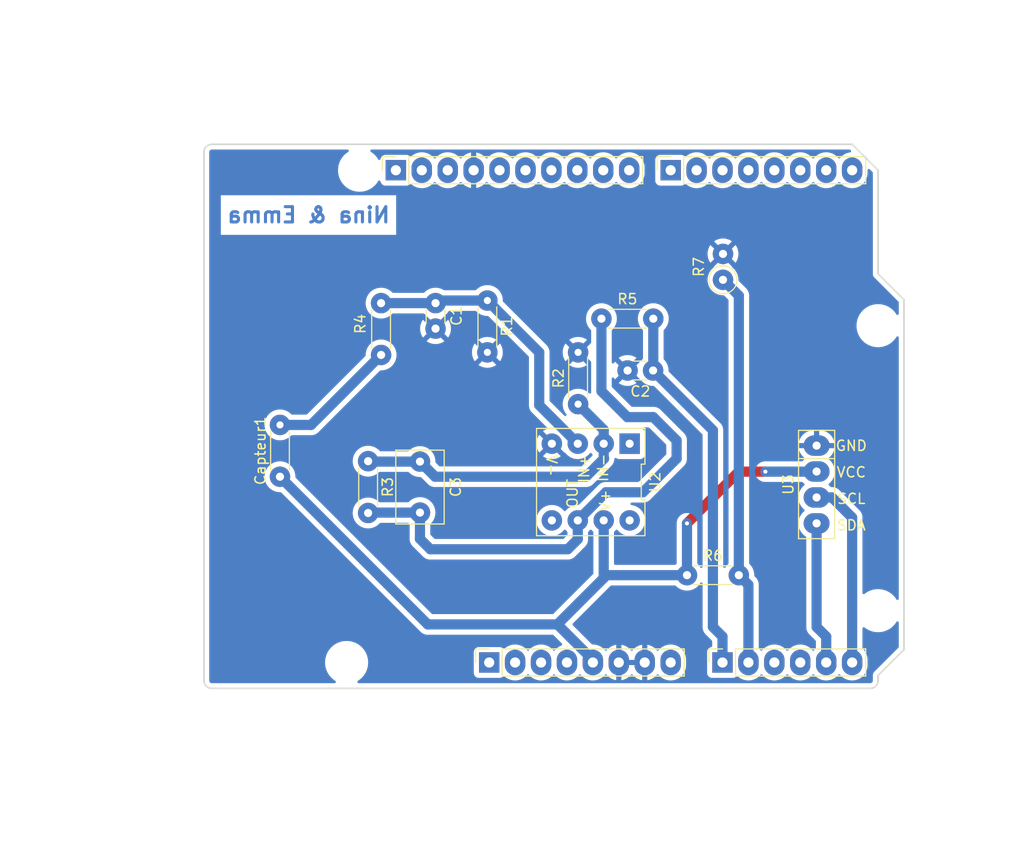
<source format=kicad_pcb>
(kicad_pcb (version 20211014) (generator pcbnew)
  (title_block (date "mar. 31 mars 2015"))
  (layers (0 "F.Cu" signal) (31 "B.Cu" signal) (34 "B.Paste" user) (35 "F.Paste" user) (36 "B.SilkS" user "B.Silkscreen") (37 "F.SilkS" user "F.Silkscreen") (38 "B.Mask" user) (39 "F.Mask" user) (44 "Edge.Cuts" user))
  (net 0 "")
  (net 1 "GND")
  (net 3 "+5V")
  (net 4 "/IOREF")
  (net 5 "ADC")
  (net 6 "/A1")
  (net 7 "/A2")
  (net 8 "/A3")
  (net 9 "/SDA{slash}A4")
  (net 10 "/SCL{slash}A5")
  (net 11 "/13")
  (net 12 "/12")
  (net 13 "/AREF")
  (net 14 "/8")
  (net 15 "/7")
  (net 16 "/*6")
  (net 17 "/4")
  (net 18 "/2")
  (net 19 "/*5")
  (net 20 "Net-(C3-Pad1)")
  (net 21 "/*3")
  (net 22 "/RX{slash}0")
  (net 23 "+3V3")
  (net 24 "VCC")
  (net 25 "/~{RESET}")
  (net 26 "Net-(C1-Pad1)")
  (net 27 "/11")
  (net 28 "Net-(C3-Pad2)")
  (net 29 "Net-(Capteur1-Pad2)")
  (net 30 "/9")
  (net 31 "/10")
  (net 32 "/A5")
  (net 33 "/A4")
  (net 37 "/TX{slash}1")
  (footprint "Connector_PinSocket_2.54mm:PinSocket_1x08_P2.54mm_Vertical" (layer "F.Cu") (at 127.94 97.46 90)
    (fp_text reference "J1" hide)
    (fp_text value "Power")
    (fp_line (start -1.33 19.11) (end 1.33 19.11) (layer "F.SilkS") (width 0.12))
    (fp_line (start 1.33 1.27) (end 1.33 19.11) (layer "F.SilkS") (width 0.12))
    (fp_line (start -1.33 1.27) (end 1.33 1.27) (layer "F.SilkS") (width 0.12))
    (fp_line (start 0 -1.33) (end 1.33 -1.33) (layer "F.SilkS") (width 0.12))
    (fp_line (start 1.33 -1.33) (end 1.33 0) (layer "F.SilkS") (width 0.12))
    (fp_line (start -1.33 1.27) (end -1.33 19.11) (layer "F.SilkS") (width 0.12))
    (pad "1" thru_hole rect locked (at 0 0 90) (size 2 2) (drill 1) (layers *.Cu *.Mask))
    (pad "2" thru_hole oval locked (at 0 2.54 90) (size 2.5 2) (drill 1) (layers *.Cu *.Mask) (net 4 "/IOREF"))
    (pad "3" thru_hole oval locked (at 0 5.08 90) (size 2.5 2) (drill 1) (layers *.Cu *.Mask) (net 25 "/~{RESET}"))
    (pad "4" thru_hole oval locked (at 0 7.62 90) (size 2.5 2) (drill 1) (layers *.Cu *.Mask) (net 23 "+3V3"))
    (pad "5" thru_hole oval locked (at 0 10.16 90) (size 2.5 2) (drill 1) (layers *.Cu *.Mask) (net 3 "+5V"))
    (pad "6" thru_hole oval locked (at 0 12.7 90) (size 2.5 2) (drill 1) (layers *.Cu *.Mask) (net 1 "GND"))
    (pad "7" thru_hole oval locked (at 0 15.24 90) (size 2.5 2) (drill 1) (layers *.Cu *.Mask) (net 1 "GND"))
    (pad "8" thru_hole oval locked (at 0 17.78 90) (size 2.5 2) (drill 1) (layers *.Cu *.Mask) (net 24 "VCC"))
  )
  (footprint "Connector_PinSocket_2.54mm:PinSocket_1x06_P2.54mm_Vertical" (layer "F.Cu") (at 150.8 97.46 90)
    (fp_text reference "J3" hide)
    (fp_text value "Analog")
    (fp_line (start 1.33 1.27) (end 1.33 14.03) (layer "F.SilkS") (width 0.12))
    (fp_line (start 0 -1.33) (end 1.33 -1.33) (layer "F.SilkS") (width 0.12))
    (fp_line (start -1.33 1.27) (end 1.33 1.27) (layer "F.SilkS") (width 0.12))
    (fp_line (start -1.33 1.27) (end -1.33 14.03) (layer "F.SilkS") (width 0.12))
    (fp_line (start -1.33 14.03) (end 1.33 14.03) (layer "F.SilkS") (width 0.12))
    (fp_line (start 1.33 -1.33) (end 1.33 0) (layer "F.SilkS") (width 0.12))
    (pad "1" thru_hole rect locked (at 0 0 90) (size 2 2) (drill 1) (layers *.Cu *.Mask) (net 5 "ADC"))
    (pad "2" thru_hole oval locked (at 0 2.54 90) (size 2.5 2) (drill 1) (layers *.Cu *.Mask) (net 6 "/A1"))
    (pad "3" thru_hole oval locked (at 0 5.08 90) (size 2.5 2) (drill 1) (layers *.Cu *.Mask) (net 7 "/A2"))
    (pad "4" thru_hole oval locked (at 0 7.62 90) (size 2.5 2) (drill 1) (layers *.Cu *.Mask) (net 8 "/A3"))
    (pad "5" thru_hole oval locked (at 0 10.16 90) (size 2.5 2) (drill 1) (layers *.Cu *.Mask) (net 9 "/SDA{slash}A4"))
    (pad "6" thru_hole oval locked (at 0 12.7 90) (size 2.5 2) (drill 1) (layers *.Cu *.Mask) (net 10 "/SCL{slash}A5"))
  )
  (footprint "Connector_PinSocket_2.54mm:PinSocket_1x10_P2.54mm_Vertical" (layer "F.Cu") (at 118.796 49.2 90)
    (fp_text reference "J2" hide)
    (fp_text value "Digital/PWM")
    (fp_line (start -1.33 24.19) (end 1.33 24.19) (layer "F.SilkS") (width 0.12))
    (fp_line (start -1.33 1.27) (end -1.33 24.19) (layer "F.SilkS") (width 0.12))
    (fp_line (start 1.33 -1.33) (end 1.33 0) (layer "F.SilkS") (width 0.12))
    (fp_line (start 0 -1.33) (end 1.33 -1.33) (layer "F.SilkS") (width 0.12))
    (fp_line (start 1.33 1.27) (end 1.33 24.19) (layer "F.SilkS") (width 0.12))
    (fp_line (start -1.33 1.27) (end 1.33 1.27) (layer "F.SilkS") (width 0.12))
    (pad "1" thru_hole rect locked (at 0 0 90) (size 2 2) (drill 1) (layers *.Cu *.Mask) (net 32 "/A5"))
    (pad "2" thru_hole oval locked (at 0 2.54 90) (size 2.5 2) (drill 1) (layers *.Cu *.Mask) (net 33 "/A4"))
    (pad "3" thru_hole oval locked (at 0 5.08 90) (size 2.5 2) (drill 1) (layers *.Cu *.Mask) (net 13 "/AREF"))
    (pad "4" thru_hole oval locked (at 0 7.62 90) (size 2.5 2) (drill 1) (layers *.Cu *.Mask) (net 1 "GND"))
    (pad "5" thru_hole oval locked (at 0 10.16 90) (size 2.5 2) (drill 1) (layers *.Cu *.Mask) (net 11 "/13"))
    (pad "6" thru_hole oval locked (at 0 12.7 90) (size 2.5 2) (drill 1) (layers *.Cu *.Mask) (net 12 "/12"))
    (pad "7" thru_hole oval locked (at 0 15.24 90) (size 2.5 2) (drill 1) (layers *.Cu *.Mask) (net 27 "/11"))
    (pad "8" thru_hole oval locked (at 0 17.78 90) (size 2.5 2) (drill 1) (layers *.Cu *.Mask) (net 31 "/10"))
    (pad "9" thru_hole oval locked (at 0 20.32 90) (size 2.5 2) (drill 1) (layers *.Cu *.Mask) (net 30 "/9"))
    (pad "10" thru_hole oval locked (at 0 22.86 90) (size 2.5 2) (drill 1) (layers *.Cu *.Mask) (net 14 "/8"))
  )
  (footprint "Connector_PinSocket_2.54mm:PinSocket_1x08_P2.54mm_Vertical" (layer "F.Cu") (at 145.72 49.2 90)
    (fp_text reference "J4" hide)
    (fp_text value "Digital/PWM")
    (fp_line (start -1.33 19.11) (end 1.33 19.11) (layer "F.SilkS") (width 0.12))
    (fp_line (start -1.33 1.27) (end -1.33 19.11) (layer "F.SilkS") (width 0.12))
    (fp_line (start 0 -1.33) (end 1.33 -1.33) (layer "F.SilkS") (width 0.12))
    (fp_line (start -1.33 1.27) (end 1.33 1.27) (layer "F.SilkS") (width 0.12))
    (fp_line (start 1.33 -1.33) (end 1.33 0) (layer "F.SilkS") (width 0.12))
    (fp_line (start 1.33 1.27) (end 1.33 19.11) (layer "F.SilkS") (width 0.12))
    (pad "1" thru_hole rect locked (at 0 0 90) (size 2 2) (drill 1) (layers *.Cu *.Mask) (net 15 "/7"))
    (pad "2" thru_hole oval locked (at 0 2.54 90) (size 2.5 2) (drill 1) (layers *.Cu *.Mask) (net 16 "/*6"))
    (pad "3" thru_hole oval locked (at 0 5.08 90) (size 2.5 2) (drill 1) (layers *.Cu *.Mask) (net 19 "/*5"))
    (pad "4" thru_hole oval locked (at 0 7.62 90) (size 2.5 2) (drill 1) (layers *.Cu *.Mask) (net 17 "/4"))
    (pad "5" thru_hole oval locked (at 0 10.16 90) (size 2.5 2) (drill 1) (layers *.Cu *.Mask) (net 21 "/*3"))
    (pad "6" thru_hole oval locked (at 0 12.7 90) (size 2.5 2) (drill 1) (layers *.Cu *.Mask) (net 18 "/2"))
    (pad "7" thru_hole oval locked (at 0 15.24 90) (size 2.5 2) (drill 1) (layers *.Cu *.Mask) (net 37 "/TX{slash}1"))
    (pad "8" thru_hole oval locked (at 0 17.78 90) (size 2.5 2) (drill 1) (layers *.Cu *.Mask) (net 22 "/RX{slash}0"))
  )
  (footprint "Librairie_Empreinte_Capteur_Graphite:OLED" (layer "F.Cu") (at 160.02 80.01 -90)
    (fp_text reference "U3" (at 0 2.77 90) (layer "F.SilkS"))
    (fp_text value "OLED")
    (fp_text user "SDA" (at 4 -3.4) (layer "F.SilkS"))
    (fp_text user "VCC" (at -1.2 -3.4) (layer "F.SilkS"))
    (fp_text user "GND" (at -3.8 -3.4) (layer "F.SilkS"))
    (fp_text user "SCL" (at 1.4 -3.4) (layer "F.SilkS"))
    (fp_line (start -5.31 -1.77) (end 5.31 -1.77) (layer "F.SilkS") (width 0.12))
    (fp_line (start 5.31 1.77) (end -5.31 1.77) (layer "F.SilkS") (width 0.12))
    (fp_line (start 5.31 -1.77) (end 5.31 1.77) (layer "F.SilkS") (width 0.12))
    (fp_line (start -5.31 1.77) (end -5.31 -1.77) (layer "F.SilkS") (width 0.12))
    (fp_line (start -2.54 -1.77) (end -2.54 1.77) (layer "F.SilkS") (width 0.12))
    (pad "1" thru_hole oval (at -3.81 0 270) (size 2 2.54) (drill 0.8) (layers *.Cu *.Mask) (net 1 "GND"))
    (pad "2" thru_hole oval (at -1.27 0 270) (size 2 2.54) (drill 0.8) (layers *.Cu *.Mask) (net 3 "+5V"))
    (pad "3" thru_hole oval (at 1.27 0 270) (size 2 2.54) (drill 0.8) (layers *.Cu *.Mask) (net 10 "/SCL{slash}A5"))
    (pad "4" thru_hole oval (at 3.81 0 270) (size 2 2.54) (drill 0.8) (layers *.Cu *.Mask) (net 9 "/SDA{slash}A4"))
  )
  (footprint "Resistor_THT:R_Axial_DIN0207_L6.3mm_D2.5mm_P2.54mm_Vertical" (layer "F.Cu") (at 150.847 59.944 90)
    (fp_text reference "R7" (at 1.27 -2.37 90) (layer "F.SilkS"))
    (fp_text value "Flex Sensor")
    (fp_line (start 1.37 0) (end 1.44 0) (layer "F.SilkS") (width 0.12))
    (fp_circle (center 0 0) (end 1.37 0) (layer "F.SilkS") (width 0.12) (fill none))
    (pad "1" thru_hole circle (at 0 0 90) (size 2 2) (drill 0.8) (layers *.Cu *.Mask) (net 6 "/A1"))
    (pad "2" thru_hole circle (at 2.54 0 90) (size 2 2) (drill 0.8) (layers *.Cu *.Mask) (net 1 "GND"))
  )
  (footprint "Librairie_Empreinte_Capteur_Graphite:LTC1050C" (layer "F.Cu") (at 137.89 79.77 180)
    (fp_text reference "U2" (at -6.31 0 90) (layer "F.SilkS"))
    (fp_text value "LTC1050C")
    (fp_text user "IN-" (at -1.2 1.4 90) (layer "F.SilkS"))
    (fp_text user "IN+" (at 0.65 1.29 90) (layer "F.SilkS"))
    (fp_text user "V-" (at 3.8354 1.6 270 unlocked) (layer "F.SilkS"))
    (fp_text user "OUT" (at 1.79 -1.12 90) (layer "F.SilkS"))
    (fp_text user "V+" (at -1.4 -1.8 90) (layer "F.SilkS"))
    (fp_line (start -4.95 1.753333) (end -5.31 1.753333) (layer "F.SilkS") (width 0.12))
    (fp_line (start -4.95 -1.753333) (end -4.95 1.753333) (layer "F.SilkS") (width 0.12))
    (fp_line (start -5.31 -1.753333) (end -4.95 -1.753333) (layer "F.SilkS") (width 0.12))
    (fp_line (start -5.31 -5.26) (end -5.31 -1.753333) (layer "F.SilkS") (width 0.12))
    (fp_line (start -5.31 5.26) (end 5.31 5.26) (layer "F.SilkS") (width 0.12))
    (fp_line (start 5.31 5.26) (end 5.31 -5.26) (layer "F.SilkS") (width 0.12))
    (fp_line (start 5.31 -5.26) (end -5.31 -5.26) (layer "F.SilkS") (width 0.12))
    (fp_line (start -5.31 1.753333) (end -5.31 5.26) (layer "F.SilkS") (width 0.12))
    (pad "1" thru_hole rect (at -3.81 3.76 180) (size 2 2) (drill 0.8) (layers *.Cu *.Mask))
    (pad "2" thru_hole circle (at -1.27 3.76 180) (size 2 2) (drill 0.8) (layers *.Cu *.Mask) (net 20 "Net-(C3-Pad1)"))
    (pad "3" thru_hole circle (at 1.27 3.76 180) (size 2 2) (drill 0.8) (layers *.Cu *.Mask) (net 26 "Net-(C1-Pad1)"))
    (pad "4" thru_hole circle (at 3.81 3.76 180) (size 2 2) (drill 0.8) (layers *.Cu *.Mask) (net 1 "GND"))
    (pad "5" thru_hole circle (at 3.81 -3.76 180) (size 2 2) (drill 0.8) (layers *.Cu *.Mask))
    (pad "6" thru_hole circle (at 1.27 -3.76 180) (size 2 2) (drill 0.8) (layers *.Cu *.Mask) (net 28 "Net-(C3-Pad2)"))
    (pad "7" thru_hole circle (at -1.27 -3.76 180) (size 2 2) (drill 0.8) (layers *.Cu *.Mask) (net 3 "+5V"))
    (pad "8" thru_hole circle (at -3.81 -3.76 180) (size 2 2) (drill 0.8) (layers *.Cu *.Mask))
  )
  (footprint "Arduino_MountingHole:MountingHole_3.2mm" (layer "F.Cu") (at 115.24 49.2)
    (fp_text reference "MH1" hide)
    (fp_text value "MountingHole_3.2mm" hide)
    (pad "" np_thru_hole circle locked (at 0 0) (size 3.2 3.2) (drill 3.2) (layers *.Cu *.Mask))
  )
  (footprint "Capacitor_THT:C_Rect_L7.0mm_W4.5mm_P5.00mm" (layer "F.Cu") (at 121.158 77.764 -90)
    (fp_text reference "C3" (at 2.5 -3.5 -270) (layer "F.SilkS"))
    (fp_text value "1u")
    (fp_line (start 6.12 -2.37) (end 6.12 2.37) (layer "F.SilkS") (width 0.12))
    (fp_line (start -1.12 -2.37) (end 6.12 -2.37) (layer "F.SilkS") (width 0.12))
    (fp_line (start -1.12 2.37) (end 6.12 2.37) (layer "F.SilkS") (width 0.12))
    (fp_line (start -1.12 -2.37) (end -1.12 2.37) (layer "F.SilkS") (width 0.12))
    (pad "1" thru_hole circle (at 0 0 270) (size 2 2) (drill 0.8) (layers *.Cu *.Mask) (net 20 "Net-(C3-Pad1)"))
    (pad "2" thru_hole circle (at 5 0 270) (size 2 2) (drill 0.8) (layers *.Cu *.Mask) (net 28 "Net-(C3-Pad2)"))
  )
  (footprint "Resistor_THT:R_Axial_DIN0204_L3.6mm_D1.6mm_P5.08mm_Horizontal" (layer "F.Cu") (at 136.652 72.136 90)
    (fp_text reference "R2" (at 2.54 -1.92 90) (layer "F.SilkS"))
    (fp_text value "1k")
    (fp_line (start 0.62 0.92) (end 4.46 0.92) (layer "F.SilkS") (width 0.12))
    (fp_line (start 0.62 -0.92) (end 4.46 -0.92) (layer "F.SilkS") (width 0.12))
    (pad "1" thru_hole circle (at 0 0 90) (size 2 2) (drill 0.7) (layers *.Cu *.Mask) (net 20 "Net-(C3-Pad1)"))
    (pad "2" thru_hole circle (at 5.08 0 90) (size 2 2) (drill 0.7) (layers *.Cu *.Mask) (net 1 "GND"))
  )
  (footprint "Resistor_THT:R_Axial_DIN0204_L3.6mm_D1.6mm_P5.08mm_Horizontal" (layer "F.Cu") (at 116.078 77.724 -90)
    (fp_text reference "R3" (at 2.54 -1.92 -270) (layer "F.SilkS"))
    (fp_text value "100k")
    (fp_line (start 0.62 -0.92) (end 4.46 -0.92) (layer "F.SilkS") (width 0.12))
    (fp_line (start 0.62 0.92) (end 4.46 0.92) (layer "F.SilkS") (width 0.12))
    (pad "1" thru_hole circle (at 0 0 270) (size 2 2) (drill 0.8) (layers *.Cu *.Mask) (net 20 "Net-(C3-Pad1)"))
    (pad "2" thru_hole circle (at 5.08 0 270) (size 2 2) (drill 0.8) (layers *.Cu *.Mask) (net 28 "Net-(C3-Pad2)"))
  )
  (footprint "Resistor_THT:R_Axial_DIN0204_L3.6mm_D1.6mm_P5.08mm_Horizontal" (layer "F.Cu") (at 107.442 79.248 90)
    (fp_text reference "Capteur1" (at 2.54 -1.92 90) (layer "F.SilkS"))
    (fp_text value "R")
    (fp_line (start 0.62 -0.92) (end 4.46 -0.92) (layer "F.SilkS") (width 0.12))
    (fp_line (start 0.62 0.92) (end 4.46 0.92) (layer "F.SilkS") (width 0.12))
    (pad "1" thru_hole circle (at 0 0 90) (size 2 2) (drill 0.8) (layers *.Cu *.Mask) (net 3 "+5V"))
    (pad "2" thru_hole circle (at 5.08 0 90) (size 2 2) (drill 0.7) (layers *.Cu *.Mask) (net 29 "Net-(Capteur1-Pad2)"))
  )
  (footprint "Capacitor_THT:C_Disc_D3.0mm_W1.6mm_P2.50mm" (layer "F.Cu") (at 143.998 68.834 180)
    (fp_text reference "C2" (at 1.25 -2.05) (layer "F.SilkS"))
    (fp_text value "100n")
    (fp_line (start 0.621 -0.92) (end 1.879 -0.92) (layer "F.SilkS") (width 0.12))
    (fp_line (start 0.621 0.92) (end 1.879 0.92) (layer "F.SilkS") (width 0.12))
    (pad "1" thru_hole circle (at 0 0 180) (size 2 2) (drill 0.8) (layers *.Cu *.Mask) (net 5 "ADC"))
    (pad "2" thru_hole circle (at 2.5 0 180) (size 2 2) (drill 0.8) (layers *.Cu *.Mask) (net 1 "GND"))
  )
  (footprint "Resistor_THT:R_Axial_DIN0204_L3.6mm_D1.6mm_P5.08mm_Horizontal" (layer "F.Cu") (at 117.348 67.31 90)
    (fp_text reference "R4" (at 3.048 -2.032 90) (layer "F.SilkS"))
    (fp_text value "10k")
    (fp_line (start 0.62 0.92) (end 4.46 0.92) (layer "F.SilkS") (width 0.12))
    (fp_line (start 0.62 -0.92) (end 4.46 -0.92) (layer "F.SilkS") (width 0.12))
    (pad "1" thru_hole circle (at 0 0 90) (size 2 2) (drill 0.8) (layers *.Cu *.Mask) (net 29 "Net-(Capteur1-Pad2)"))
    (pad "2" thru_hole circle (at 5.08 0 90) (size 2 2) (drill 0.8) (layers *.Cu *.Mask) (net 26 "Net-(C1-Pad1)"))
  )
  (footprint "Resistor_THT:R_Axial_DIN0204_L3.6mm_D1.6mm_P5.08mm_Horizontal" (layer "F.Cu") (at 147.32 88.9)
    (fp_text reference "R6" (at 2.54 -1.92) (layer "F.SilkS"))
    (fp_text value "10k")
    (fp_line (start 0.62 -0.92) (end 4.46 -0.92) (layer "F.SilkS") (width 0.12))
    (fp_line (start 0.62 0.92) (end 4.46 0.92) (layer "F.SilkS") (width 0.12))
    (pad "1" thru_hole circle (at 0 0) (size 2 2) (drill 0.8) (layers *.Cu *.Mask) (net 3 "+5V"))
    (pad "2" thru_hole circle (at 5.08 0) (size 2 2) (drill 0.8) (layers *.Cu *.Mask) (net 6 "/A1"))
  )
  (footprint "Arduino_MountingHole:MountingHole_3.2mm" (layer "F.Cu") (at 113.97 97.46)
    (fp_text reference "MH2" hide)
    (fp_text value "MountingHole_3.2mm" hide)
    (pad "" np_thru_hole circle locked (at 0 0) (size 3.2 3.2) (drill 3.2) (layers *.Cu *.Mask))
  )
  (footprint "Arduino_MountingHole:MountingHole_3.2mm" (layer "F.Cu") (at 166.04 64.44)
    (fp_text reference "MH3" hide)
    (fp_text value "MountingHole_3.2mm" hide)
    (pad "" np_thru_hole circle locked (at 0 0) (size 3.2 3.2) (drill 3.2) (layers *.Cu *.Mask))
  )
  (footprint "Resistor_THT:R_Axial_DIN0204_L3.6mm_D1.6mm_P5.08mm_Horizontal" (layer "F.Cu") (at 138.938 63.754)
    (fp_text reference "R5" (at 2.54 -1.92) (layer "F.SilkS"))
    (fp_text value "1k")
    (fp_line (start 0.62 -0.92) (end 4.46 -0.92) (layer "F.SilkS") (width 0.12))
    (fp_line (start 0.62 0.92) (end 4.46 0.92) (layer "F.SilkS") (width 0.12))
    (pad "1" thru_hole circle (at 0 0) (size 2 2) (drill 0.8) (layers *.Cu *.Mask) (net 28 "Net-(C3-Pad2)"))
    (pad "2" thru_hole circle (at 5.08 0) (size 2 2) (drill 0.8) (layers *.Cu *.Mask) (net 5 "ADC"))
  )
  (footprint "Arduino_MountingHole:MountingHole_3.2mm" (layer "F.Cu") (at 166.04 92.38)
    (fp_text reference "MH4" hide)
    (fp_text value "MountingHole_3.2mm" hide)
    (pad "" np_thru_hole circle locked (at 0 0) (size 3.2 3.2) (drill 3.2) (layers *.Cu *.Mask))
  )
  (footprint "Capacitor_THT:C_Disc_D3.0mm_W1.6mm_P2.50mm" (layer "F.Cu") (at 122.682 62.23 -90)
    (fp_text reference "C1" (at 1.25 -2.05 90) (layer "F.SilkS"))
    (fp_text value "100n")
    (fp_line (start 0.621 0.92) (end 1.879 0.92) (layer "F.SilkS") (width 0.12))
    (fp_line (start 0.621 -0.92) (end 1.879 -0.92) (layer "F.SilkS") (width 0.12))
    (pad "1" thru_hole circle (at 0 0 270) (size 2 2) (drill 0.8) (layers *.Cu *.Mask) (net 26 "Net-(C1-Pad1)"))
    (pad "2" thru_hole circle (at 2.5 0 270) (size 2 2) (drill 0.8) (layers *.Cu *.Mask) (net 1 "GND"))
  )
  (footprint "Resistor_THT:R_Axial_DIN0204_L3.6mm_D1.6mm_P5.08mm_Horizontal" (layer "F.Cu") (at 127.762 61.976 -90)
    (fp_text reference "R1" (at 2.54 -1.92 90) (layer "F.SilkS"))
    (fp_text value "100k")
    (fp_line (start 0.62 0.92) (end 4.46 0.92) (layer "F.SilkS") (width 0.12))
    (fp_line (start 0.62 -0.92) (end 4.46 -0.92) (layer "F.SilkS") (width 0.12))
    (pad "1" thru_hole circle (at 0 0 270) (size 2 2) (drill 0.7) (layers *.Cu *.Mask) (net 26 "Net-(C1-Pad1)"))
    (pad "2" thru_hole circle (at 5.08 0 270) (size 2 2) (drill 0.7) (layers *.Cu *.Mask) (net 1 "GND"))
  )
  (gr_line (start 166.04 59.36) (end 168.58 61.9) (layer "Edge.Cuts") (width 0.15))
  (gr_line (start 100 99.238) (end 100 47.422) (layer "Edge.Cuts") (width 0.15))
  (gr_line (start 168.58 61.9) (end 168.58 96.19) (layer "Edge.Cuts") (width 0.15))
  (gr_line (start 165.278 100) (end 100.762 100) (layer "Edge.Cuts") (width 0.15))
  (gr_line (start 100.762 46.66) (end 163.5 46.66) (layer "Edge.Cuts") (width 0.15))
  (gr_arc (start 100.762 100) (mid 100.223185 99.776815) (end 100 99.238) (layer "Edge.Cuts") (width 0.15))
  (gr_line (start 168.58 96.19) (end 166.04 98.73) (layer "Edge.Cuts") (width 0.15))
  (gr_line (start 163.5 46.66) (end 166.04 49.2) (layer "Edge.Cuts") (width 0.15))
  (gr_arc (start 166.04 99.238) (mid 165.816815 99.776815) (end 165.278 100) (layer "Edge.Cuts") (width 0.15))
  (gr_line (start 166.04 49.2) (end 166.04 59.36) (layer "Edge.Cuts") (width 0.15))
  (gr_line (start 166.04 98.73) (end 166.04 99.238) (layer "Edge.Cuts") (width 0.15))
  (gr_arc (start 100 47.422) (mid 100.223185 46.883185) (end 100.762 46.66) (layer "Edge.Cuts") (width 0.15))
  (gr_text "Nina & Emma" (at 110.236 53.594) (layer "B.Cu") (effects (font (size 1.5 1.5) (thickness 0.3)) (justify mirror)))
  (segment (start 152.39 78.75) (end 155 78.75) (width 1) (layer "F.Cu") (net 3))
  (segment (start 147.32 83.82) (end 152.39 78.75) (width 1) (layer "F.Cu") (net 3))
  (via (at 155 78.75) (size 0.6) (drill 0.4) (layers "F.Cu" "B.Cu") (net 3))
  (via (at 147.32 83.82) (size 0.6) (drill 0.4) (layers "F.Cu" "B.Cu") (net 3))
  (segment (start 139.446 88.9) (end 147.32 88.9) (width 1) (layer "B.Cu") (net 3))
  (segment (start 107.442 79.248) (end 121.92 93.726) (width 1) (layer "B.Cu") (net 3))
  (segment (start 121.92 93.726) (end 134.62 93.726) (width 1) (layer "B.Cu") (net 3))
  (segment (start 134.62 93.726) (end 139.16 89.186) (width 1) (layer "B.Cu") (net 3))
  (segment (start 134.62 93.726) (end 138.1 97.206) (width 1) (layer "B.Cu") (net 3))
  (segment (start 139.16 89.186) (end 139.446 88.9) (width 1) (layer "B.Cu") (net 3))
  (segment (start 138.1 97.206) (end 138.1 97.46) (width 1) (layer "B.Cu") (net 3))
  (segment (start 147.32 88.9) (end 147.32 83.82) (width 1) (layer "B.Cu") (net 3))
  (segment (start 160.01 78.75) (end 160.02 78.74) (width 1) (layer "B.Cu") (net 3))
  (segment (start 155 78.75) (end 160.01 78.75) (width 1) (layer "B.Cu") (net 3))
  (segment (start 139.16 89.186) (end 139.16 83.53) (width 1) (layer "B.Cu") (net 3))
  (segment (start 150.876 97.384) (end 150.8 97.46) (width 1) (layer "B.Cu") (net 5))
  (segment (start 144.018 63.754) (end 144.018 68.814) (width 1) (layer "B.Cu") (net 5))
  (segment (start 143.998 68.834) (end 149.86 74.696) (width 1) (layer "B.Cu") (net 5))
  (segment (start 149.86 74.696) (end 149.86 93.98) (width 1) (layer "B.Cu") (net 5))
  (segment (start 149.86 93.98) (end 150.8 94.92) (width 1) (layer "B.Cu") (net 5))
  (segment (start 150.8 94.92) (end 150.8 97.46) (width 1) (layer "B.Cu") (net 5))
  (segment (start 144.018 68.814) (end 143.998 68.834) (width 1) (layer "B.Cu") (net 5))
  (segment (start 153.34 89.84) (end 152.4 88.9) (width 1) (layer "B.Cu") (net 6))
  (segment (start 150.847 59.944) (end 152.4 61.497) (width 1) (layer "B.Cu") (net 6))
  (segment (start 153.34 97.46) (end 153.34 89.84) (width 1) (layer "B.Cu") (net 6))
  (segment (start 152.4 61.497) (end 152.4 88.9) (width 1) (layer "B.Cu") (net 6))
  (segment (start 160.96 94.92) (end 160.96 97.46) (width 1) (layer "B.Cu") (net 9))
  (segment (start 160.02 93.98) (end 160.96 94.92) (width 1) (layer "B.Cu") (net 9))
  (segment (start 161.036 97.384) (end 160.96 97.46) (width 1) (layer "B.Cu") (net 9))
  (segment (start 160.02 83.82) (end 160.02 93.98) (width 1) (layer "B.Cu") (net 9))
  (segment (start 163.5 83.25) (end 163.5 97.46) (width 1) (layer "B.Cu") (net 10))
  (segment (start 161.53 81.28) (end 163.5 83.25) (width 1) (layer "B.Cu") (net 10))
  (segment (start 160.02 81.28) (end 161.53 81.28) (width 1) (layer "B.Cu") (net 10))
  (segment (start 137.414 79.248) (end 139.192 77.47) (width 1) (layer "B.Cu") (net 20))
  (segment (start 139.16 76.01) (end 139.16 74.644) (width 1) (layer "B.Cu") (net 20))
  (segment (start 137.414 79.248) (end 122.642 79.248) (width 1) (layer "B.Cu") (net 20))
  (segment (start 121.158 77.764) (end 116.118 77.764) (width 1) (layer "B.Cu") (net 20))
  (segment (start 139.192 77.47) (end 139.16 77.438) (width 1) (layer "B.Cu") (net 20))
  (segment (start 122.642 79.248) (end 121.158 77.764) (width 1) (layer "B.Cu") (net 20))
  (segment (start 139.16 74.644) (end 136.652 72.136) (width 1) (layer "B.Cu") (net 20))
  (segment (start 116.118 77.764) (end 116.078 77.724) (width 1) (layer "B.Cu") (net 20))
  (segment (start 139.16 77.438) (end 139.16 76.01) (width 1) (layer "B.Cu") (net 20))
  (segment (start 122.936 61.976) (end 122.682 62.23) (width 1) (layer "B.Cu") (net 26))
  (segment (start 127.762 61.976) (end 122.936 61.976) (width 1) (layer "B.Cu") (net 26))
  (segment (start 127.762 61.976) (end 132.842 67.056) (width 1) (layer "B.Cu") (net 26))
  (segment (start 132.842 67.056) (end 132.842 72.232) (width 1) (layer "B.Cu") (net 26))
  (segment (start 132.842 72.232) (end 136.62 76.01) (width 1) (layer "B.Cu") (net 26))
  (segment (start 117.348 62.23) (end 122.682 62.23) (width 1) (layer "B.Cu") (net 26))
  (segment (start 116.118 82.764) (end 116.078 82.804) (width 1) (layer "B.Cu") (net 28))
  (segment (start 136.62 85.376) (end 135.636 86.36) (width 1) (layer "B.Cu") (net 28))
  (segment (start 141.478 73.406) (end 144.018 73.406) (width 1) (layer "B.Cu") (net 28))
  (segment (start 121.158 82.764) (end 116.118 82.764) (width 1) (layer "B.Cu") (net 28))
  (segment (start 143.002 80.772) (end 139.378 80.772) (width 1) (layer "B.Cu") (net 28))
  (segment (start 138.938 70.866) (end 141.478 73.406) (width 1) (layer "B.Cu") (net 28))
  (segment (start 139.378 80.772) (end 136.62 83.53) (width 1) (layer "B.Cu") (net 28))
  (segment (start 136.62 83.53) (end 136.62 85.376) (width 1) (layer "B.Cu") (net 28))
  (segment (start 122.174 86.36) (end 121.158 85.344) (width 1) (layer "B.Cu") (net 28))
  (segment (start 146.304 77.47) (end 143.002 80.772) (width 1) (layer "B.Cu") (net 28))
  (segment (start 121.158 85.344) (end 121.158 82.764) (width 1) (layer "B.Cu") (net 28))
  (segment (start 146.304 75.692) (end 146.304 77.47) (width 1) (layer "B.Cu") (net 28))
  (segment (start 144.018 73.406) (end 146.304 75.692) (width 1) (layer "B.Cu") (net 28))
  (segment (start 135.636 86.36) (end 122.174 86.36) (width 1) (layer "B.Cu") (net 28))
  (segment (start 138.938 63.754) (end 138.938 70.866) (width 1) (layer "B.Cu") (net 28))
  (segment (start 110.49 74.168) (end 107.442 74.168) (width 1) (layer "B.Cu") (net 29))
  (segment (start 117.348 67.31) (end 110.49 74.168) (width 1) (layer "B.Cu") (net 29))
  (zone (net 1) (net_name "GND") (layer "B.Cu") (connect_pads (clearance 0.508)) (min_thickness 0.254) (fill yes (thermal_gap 0.508) (thermal_bridge_width 0.508))
    (polygon (pts (xy 178.816 115.062) (xy 80.349248 115.568256) (xy 80.264 115.824) (xy 80.273458 115.568645) (xy 80.01 115.57) (xy 80.290737 115.102105) (xy 83.312 33.528) (xy 180.34 32.512)))
  )
)
</source>
